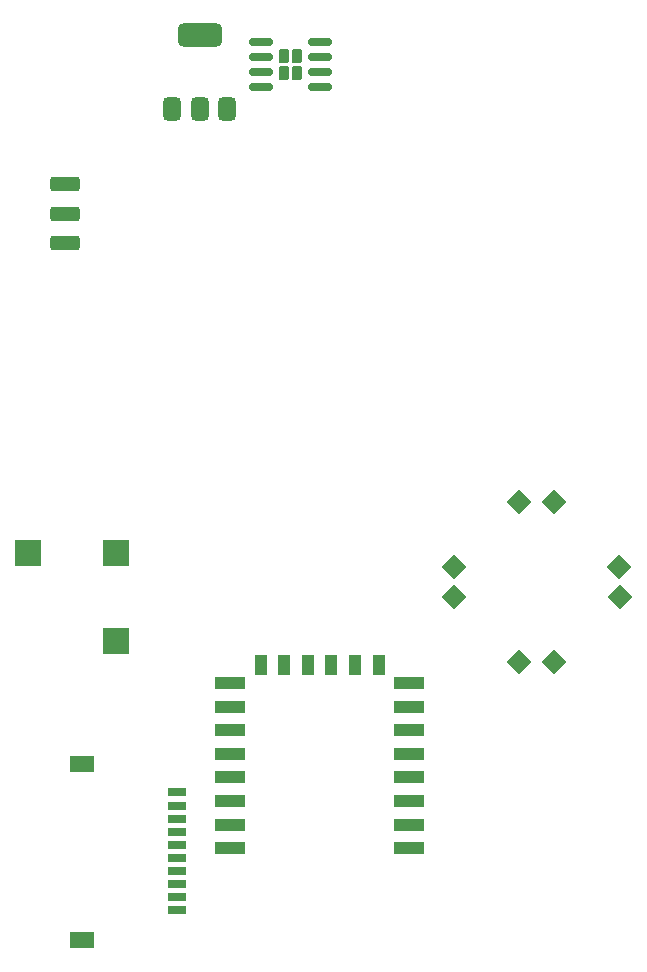
<source format=gbr>
%TF.GenerationSoftware,KiCad,Pcbnew,9.0.0*%
%TF.CreationDate,2025-08-10T17:42:25-03:00*%
%TF.ProjectId,BadgeGaroa_r2,42616467-6547-4617-926f-615f72322e6b,rev?*%
%TF.SameCoordinates,Original*%
%TF.FileFunction,Paste,Top*%
%TF.FilePolarity,Positive*%
%FSLAX46Y46*%
G04 Gerber Fmt 4.6, Leading zero omitted, Abs format (unit mm)*
G04 Created by KiCad (PCBNEW 9.0.0) date 2025-08-10 17:42:25*
%MOMM*%
%LPD*%
G01*
G04 APERTURE LIST*
G04 Aperture macros list*
%AMRoundRect*
0 Rectangle with rounded corners*
0 $1 Rounding radius*
0 $2 $3 $4 $5 $6 $7 $8 $9 X,Y pos of 4 corners*
0 Add a 4 corners polygon primitive as box body*
4,1,4,$2,$3,$4,$5,$6,$7,$8,$9,$2,$3,0*
0 Add four circle primitives for the rounded corners*
1,1,$1+$1,$2,$3*
1,1,$1+$1,$4,$5*
1,1,$1+$1,$6,$7*
1,1,$1+$1,$8,$9*
0 Add four rect primitives between the rounded corners*
20,1,$1+$1,$2,$3,$4,$5,0*
20,1,$1+$1,$4,$5,$6,$7,0*
20,1,$1+$1,$6,$7,$8,$9,0*
20,1,$1+$1,$8,$9,$2,$3,0*%
%AMRotRect*
0 Rectangle, with rotation*
0 The origin of the aperture is its center*
0 $1 length*
0 $2 width*
0 $3 Rotation angle, in degrees counterclockwise*
0 Add horizontal line*
21,1,$1,$2,0,0,$3*%
G04 Aperture macros list end*
%ADD10RotRect,1.500000X1.500000X45.000000*%
%ADD11RoundRect,0.250000X-1.000000X0.375000X-1.000000X-0.375000X1.000000X-0.375000X1.000000X0.375000X0*%
%ADD12RoundRect,0.375000X0.375000X-0.625000X0.375000X0.625000X-0.375000X0.625000X-0.375000X-0.625000X0*%
%ADD13RoundRect,0.500000X1.400000X-0.500000X1.400000X0.500000X-1.400000X0.500000X-1.400000X-0.500000X0*%
%ADD14R,2.195000X2.195000*%
%ADD15RoundRect,0.230000X0.230000X0.375000X-0.230000X0.375000X-0.230000X-0.375000X0.230000X-0.375000X0*%
%ADD16RoundRect,0.150000X0.825000X0.150000X-0.825000X0.150000X-0.825000X-0.150000X0.825000X-0.150000X0*%
%ADD17R,2.500000X1.000000*%
%ADD18R,1.000000X1.800000*%
%ADD19R,1.500000X0.800000*%
%ADD20R,2.000000X1.450000*%
%ADD21RotRect,1.500000X1.500000X135.000000*%
%ADD22RotRect,1.500000X1.500000X315.000000*%
%ADD23RotRect,1.500000X1.500000X225.000000*%
G04 APERTURE END LIST*
D10*
%TO.C,SW3*%
X104466568Y-88206948D03*
X109982000Y-82691516D03*
%TD*%
D11*
%TO.C,SW5*%
X71501000Y-55803800D03*
X71501000Y-58303800D03*
X71501000Y-60803800D03*
%TD*%
D12*
%TO.C,CI1*%
X80631000Y-49428800D03*
X82931000Y-49428799D03*
D13*
X82931000Y-43128801D03*
D12*
X85231000Y-49428800D03*
%TD*%
D14*
%TO.C,BZ1*%
X75836000Y-94428800D03*
X75836000Y-87028800D03*
X68436000Y-87028800D03*
%TD*%
D15*
%TO.C,CI2*%
X91186000Y-46393800D03*
X91186000Y-44893800D03*
X90046000Y-46393800D03*
X90046000Y-44893800D03*
D16*
X93091000Y-47548800D03*
X93091000Y-46278800D03*
X93091000Y-45008800D03*
X93091000Y-43738800D03*
X88141000Y-43738800D03*
X88141000Y-45008800D03*
X88141000Y-46278800D03*
X88141000Y-47548800D03*
%TD*%
D17*
%TO.C,MOD1*%
X100691000Y-112008800D03*
X100691000Y-110008800D03*
X100691000Y-108008800D03*
X100691000Y-106008801D03*
X100691000Y-104008800D03*
X100691000Y-102008799D03*
X100691000Y-100008800D03*
X100691000Y-98008800D03*
D18*
X98091000Y-96508801D03*
X96091000Y-96508800D03*
X94091000Y-96508800D03*
X92091000Y-96508800D03*
X90091000Y-96508800D03*
X88091000Y-96508801D03*
D17*
X85491000Y-98008800D03*
X85491000Y-100008800D03*
X85491000Y-102008799D03*
X85491000Y-104008800D03*
X85491000Y-106008801D03*
X85491000Y-108008800D03*
X85491000Y-110008800D03*
X85491000Y-112008800D03*
%TD*%
D19*
%TO.C,J2*%
X81010999Y-115058800D03*
X81011000Y-113958800D03*
X81011000Y-112858800D03*
X81011000Y-111758800D03*
X81011000Y-110658800D03*
X81011000Y-109558800D03*
X81011000Y-108458800D03*
X81011000Y-107258800D03*
D20*
X72971000Y-119798800D03*
X72961000Y-104848800D03*
D19*
X81010999Y-117258800D03*
X81011000Y-116158800D03*
%TD*%
D21*
%TO.C,SW1*%
X118454716Y-88206948D03*
X112939284Y-82691516D03*
%TD*%
D22*
%TO.C,SW4*%
X104466568Y-90728800D03*
X109982000Y-96244232D03*
%TD*%
D23*
%TO.C,SW2*%
X118491000Y-90728800D03*
X112975568Y-96244232D03*
%TD*%
M02*

</source>
